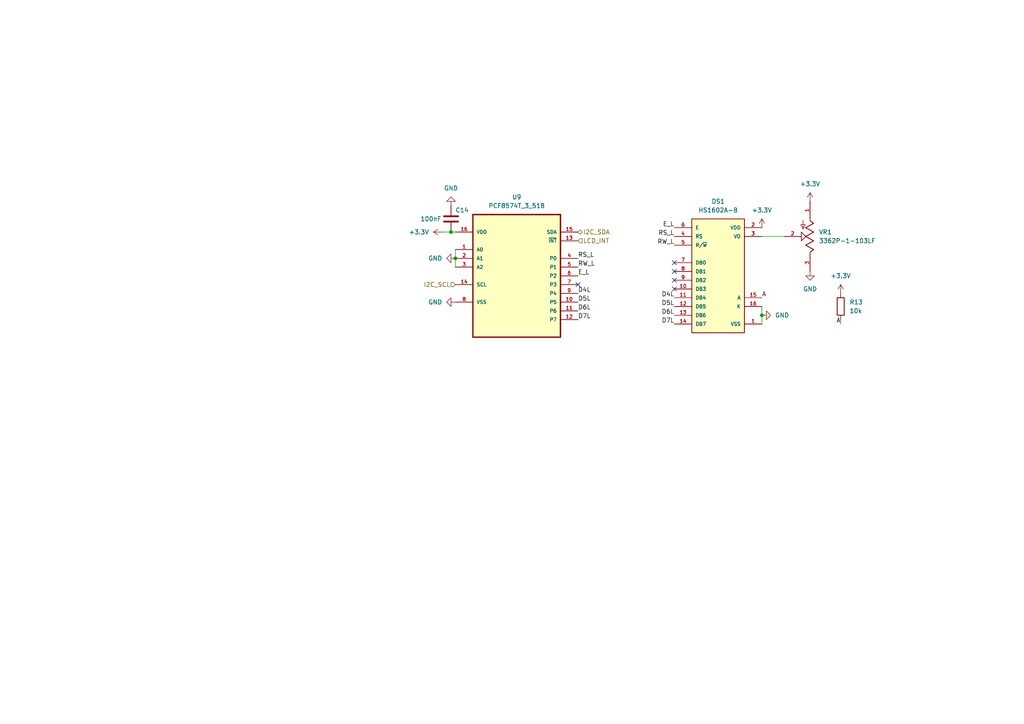
<source format=kicad_sch>
(kicad_sch (version 20231120) (generator "eeschema") (generator_version "8.0")
  (paper "A4")
  (lib_symbols
    (symbol "3362P-1-103LF:3362P-1-103LF" (pin_names (offset 1.016))
      (property "Reference" "VR" (at -10.1818 2.5465 0))
      (property "Value" "3362P-1-103LF" (at -10.1645 -7.6423 0))
      (symbol "3362P-1-103LF_0_0"
        (polyline (pts (xy -5.08 0) (xy -4.572 0)) (stroke (width 0.1524)))
        (polyline (pts (xy -4.699 -2.032) (xy -2.159 -2.032)) (stroke (width 0.1524)))
        (polyline (pts (xy -4.572 0) (xy -3.81 1.016)) (stroke (width 0.254)))
        (polyline (pts (xy -3.81 1.016) (xy -2.54 -1.27)) (stroke (width 0.254)))
        (polyline (pts (xy -3.429 -2.667) (xy -3.429 -1.397)) (stroke (width 0.1524)))
        (polyline (pts (xy -3.429 -1.397) (xy -2.159 -2.032)) (stroke (width 0.1524)))
        (polyline (pts (xy -2.54 -1.27) (xy -1.27 1.016)) (stroke (width 0.254)))
        (polyline (pts (xy -2.159 -2.032) (xy -3.429 -2.667)) (stroke (width 0.1524)))
        (polyline (pts (xy -1.27 -2.54) (xy 0 -1.27)) (stroke (width 0.2032)))
        (polyline (pts (xy -1.27 1.016) (xy 0 -1.27)) (stroke (width 0.254)))
        (polyline (pts (xy 0 -1.27) (xy 1.27 -2.54)) (stroke (width 0.2032)))
        (polyline (pts (xy 0 -1.27) (xy 1.27 1.016)) (stroke (width 0.254)))
        (polyline (pts (xy 1.27 -2.54) (xy -1.27 -2.54)) (stroke (width 0.2032)))
        (polyline (pts (xy 1.27 1.016) (xy 2.54 -1.27)) (stroke (width 0.254)))
        (polyline (pts (xy 2.54 -1.27) (xy 3.81 1.016)) (stroke (width 0.254)))
        (polyline (pts (xy 3.81 1.016) (xy 4.572 0)) (stroke (width 0.254)))
        (polyline (pts (xy 4.572 0) (xy 5.08 0)) (stroke (width 0.1524)))
        (pin passive line (at -10.16 0 0) (length 5.08) (name "~") (number "1"))
        (pin passive line (at 0 -7.62 90) (length 5.08) (name "~") (number "2"))
        (pin passive line (at 10.16 0 180) (length 5.08) (name "~") (number "3"))
      )
    )
    (symbol "Device:C" (pin_numbers hide) (pin_names (offset 0.254))
      (property "Reference" "C" (at 0.635 2.54 0))
      (property "Value" "C" (at 0.635 -2.54 0))
      (symbol "C_0_1"
        (polyline (pts (xy -2.032 -0.762) (xy 2.032 -0.762)) (stroke (width 0.508)))
        (polyline (pts (xy -2.032 0.762) (xy 2.032 0.762)) (stroke (width 0.508)))
      )
      (symbol "C_1_1"
        (pin passive line (at 0 3.81 270) (length 2.794) (name "~") (number "1"))
        (pin passive line (at 0 -3.81 90) (length 2.794) (name "~") (number "2"))
      )
    )
    (symbol "Device:R" (pin_numbers hide) (pin_names (offset 0))
      (property "Reference" "R" (at 2.032 0 90))
      (property "Value" "R" (at 0 0 90))
      (symbol "R_0_1"
        (rectangle (start -1.016 -2.54) (end 1.016 2.54) (stroke (width 0.254)))
      )
      (symbol "R_1_1"
        (pin passive line (at 0 3.81 270) (length 1.27) (name "~") (number "1"))
        (pin passive line (at 0 -3.81 90) (length 1.27) (name "~") (number "2"))
      )
    )
    (symbol "LCM-S01602DTR_A:LCM-S01602DTR_A" (pin_names (offset 1.016))
      (property "Reference" "DS" (at -9.9178 18.3098 0))
      (property "Value" "LCM-S01602DTR_A" (at -9.9147 -17.2871 0))
      (symbol "LCM-S01602DTR_A_0_0"
        (rectangle (start -10.16 -15.24) (end 5.08 17.78) (stroke (width 0.254)) (fill (type background)))
        (pin power_in line (at 10.16 -12.7 180) (length 5.08) (name "VSS") (number "1"))
        (pin bidirectional line (at -15.24 -2.54 0) (length 5.08) (name "DB3") (number "10"))
        (pin bidirectional line (at -15.24 -5.08 0) (length 5.08) (name "DB4") (number "11"))
        (pin bidirectional line (at -15.24 -7.62 0) (length 5.08) (name "DB5") (number "12"))
        (pin bidirectional line (at -15.24 -10.16 0) (length 5.08) (name "DB6") (number "13"))
        (pin bidirectional line (at -15.24 -12.7 0) (length 5.08) (name "DB7") (number "14"))
        (pin passive line (at 10.16 -5.08 180) (length 5.08) (name "A") (number "15"))
        (pin passive line (at 10.16 -7.62 180) (length 5.08) (name "K") (number "16"))
        (pin power_in line (at 10.16 15.24 180) (length 5.08) (name "VDD") (number "2"))
        (pin power_in line (at 10.16 12.7 180) (length 5.08) (name "VO") (number "3"))
        (pin input line (at -15.24 12.7 0) (length 5.08) (name "RS") (number "4"))
        (pin input line (at -15.24 10.16 0) (length 5.08) (name "R/~{W}") (number "5"))
        (pin input line (at -15.24 15.24 0) (length 5.08) (name "E") (number "6"))
        (pin bidirectional line (at -15.24 5.08 0) (length 5.08) (name "DB0") (number "7"))
        (pin bidirectional line (at -15.24 2.54 0) (length 5.08) (name "DB1") (number "8"))
        (pin bidirectional line (at -15.24 0 0) (length 5.08) (name "DB2") (number "9"))
      )
    )
    (symbol "PCF8574T_3_518:PCF8574T_3_518" (pin_names (offset 1.016))
      (property "Reference" "U" (at -4.8821 16.5789 0))
      (property "Value" "PCF8574T_3_518" (at -4.6387 -23.3717 0))
      (symbol "PCF8574T_3_518_0_0"
        (rectangle (start -12.7 -20.32) (end 12.7 15.24) (stroke (width 0.4064)) (fill (type background)))
        (pin input line (at -17.78 5.08 0) (length 5.08) (name "A0") (number "1"))
        (pin bidirectional line (at 17.78 -10.16 180) (length 5.08) (name "P5") (number "10"))
        (pin bidirectional line (at 17.78 -12.7 180) (length 5.08) (name "P6") (number "11"))
        (pin bidirectional line (at 17.78 -15.24 180) (length 5.08) (name "P7") (number "12"))
        (pin output line (at 17.78 7.62 180) (length 5.08) (name "~{INT}") (number "13"))
        (pin input line (at -17.78 -5.08 0) (length 5.08) (name "SCL") (number "14"))
        (pin bidirectional line (at 17.78 10.16 180) (length 5.08) (name "SDA") (number "15"))
        (pin power_in line (at -17.78 10.16 0) (length 5.08) (name "VDD") (number "16"))
        (pin input line (at -17.78 2.54 0) (length 5.08) (name "A1") (number "2"))
        (pin input line (at -17.78 0 0) (length 5.08) (name "A2") (number "3"))
        (pin bidirectional line (at 17.78 2.54 180) (length 5.08) (name "P0") (number "4"))
        (pin bidirectional line (at 17.78 0 180) (length 5.08) (name "P1") (number "5"))
        (pin bidirectional line (at 17.78 -2.54 180) (length 5.08) (name "P2") (number "6"))
        (pin bidirectional line (at 17.78 -5.08 180) (length 5.08) (name "P3") (number "7"))
        (pin passive line (at -17.78 -10.16 0) (length 5.08) (name "VSS") (number "8"))
        (pin bidirectional line (at 17.78 -7.62 180) (length 5.08) (name "P4") (number "9"))
      )
    )
    (symbol "power:+3.3V" (power) (pin_names (offset 0))
      (property "Value" "+3.3V" (at 0 3.556 0))
      (symbol "+3.3V_0_1"
        (polyline (pts (xy -0.762 1.27) (xy 0 2.54)))
        (polyline (pts (xy 0 0) (xy 0 2.54)))
        (polyline (pts (xy 0 2.54) (xy 0.762 1.27)))
      )
      (symbol "+3.3V_1_1"
        (pin power_in line (at 0 0 90) (length 0) hide (name "+3.3V") (number "1"))
      )
    )
    (symbol "power:GND" (power) (pin_names (offset 0))
      (property "Value" "GND" (at 0 -3.81 0))
      (symbol "GND_0_1"
        (polyline (pts (xy 0 0) (xy 0 -1.27) (xy 1.27 -1.27) (xy 0 -2.54) (xy -1.27 -1.27) (xy 0 -1.27)))
      )
      (symbol "GND_1_1"
        (pin power_in line (at 0 0 270) (length 0) hide (name "GND") (number "1"))
      )
    )
  )
  (junction (at 130.81 67.31))
  (junction (at 132.08 74.93))
  (junction (at 220.98 91.44))
  (no_connect (at 167.64 82.55))
  (no_connect (at 195.58 83.82))
  (no_connect (at 195.58 81.28))
  (no_connect (at 195.58 76.2))
  (no_connect (at 195.58 78.74))
  (wire (pts (xy 220.98 88.9) (xy 220.98 91.44)))
  (wire (pts (xy 132.08 77.47) (xy 132.08 74.93)))
  (wire (pts (xy 128.27 67.31) (xy 130.81 67.31)))
  (wire (pts (xy 132.08 72.39) (xy 132.08 74.93)))
  (wire (pts (xy 243.84 93.98) (xy 243.84 92.71)))
  (wire (pts (xy 130.81 67.31) (xy 132.08 67.31)))
  (wire (pts (xy 220.98 91.44) (xy 220.98 93.98)))
  (wire (pts (xy 220.98 68.58) (xy 227.33 68.58)))
  (label "D7L" (at 195.58 93.98 180))
  (label "RW_L" (at 167.64 77.47 0))
  (label "D6L" (at 167.64 90.17 0))
  (label "D7L" (at 167.64 92.71 0))
  (label "D5L" (at 195.58 88.9 180))
  (label "E_L" (at 167.64 80.01 0))
  (label "E_L" (at 195.58 66.04 180))
  (label "A" (at 243.84 93.98 180))
  (label "RS_L" (at 195.58 68.58 180))
  (label "D6L" (at 195.58 91.44 180))
  (label "D4L" (at 195.58 86.36 180))
  (label "A" (at 220.98 86.36 0))
  (label "RW_L" (at 195.58 71.12 180))
  (label "RS_L" (at 167.64 74.93 0))
  (label "D4L" (at 167.64 85.09 0))
  (label "D5L" (at 167.64 87.63 0))
  (hierarchical_label "LCD_INT" (shape input) (at 167.64 69.85 0))
  (hierarchical_label "I2C_SCL" (shape input) (at 132.08 82.55 180))
  (hierarchical_label "I2C_SDA" (shape bidirectional) (at 167.64 67.31 0))
  (symbol (lib_id "power:+3.3V") (at 128.27 67.31 90) (unit 1)
    (property "Reference" "#PWR037" (effects (hide yes)))
    (property "Value" "+3.3V" (at 124.46 67.31 90) (effects (justify left)))
  )
  (symbol (lib_id "power:GND") (at 234.95 78.74 0) (unit 1)
    (property "Reference" "#PWR034" (effects (hide yes)))
    (property "Value" "GND" (at 234.95 83.82 0))
  )
  (symbol (lib_id "power:GND") (at 132.08 74.93 270) (unit 1)
    (property "Reference" "#PWR039" (effects (hide yes)))
    (property "Value" "GND" (at 128.27 74.93 90) (effects (justify right)))
  )
  (symbol (lib_id "Device:R") (at 243.84 88.9 0) (unit 1)
    (property "Reference" "R13" (at 246.38 87.63 0) (effects (justify left)))
    (property "Value" "10k" (at 246.38 90.17 0) (effects (justify left)))
    (property "Footprint" "Resistor_SMD:R_0402_1005Metric" (effects (hide yes)))
  )
  (symbol (lib_id "PCF8574T_3_518:PCF8574T_3_518") (at 149.86 77.47 0) (unit 1)
    (property "Reference" "U9" (at 149.86 57.15 0))
    (property "Value" "PCF8574T_3_518" (at 149.86 59.69 0))
    (property "Footprint" "revparts2:SOIC127P1032X265-16N" (effects (hide yes)))
    (property "SUPPLIER" "NXP" (effects (hide yes)))
    (property "OC_FARNELL" "2101302" (effects (hide yes)))
    (property "OC_NEWARK" "70R6866" (effects (hide yes)))
    (property "MPN" "PCF8574T/3,518" (effects (hide yes)))
    (property "PACKAGE" "SOIC-16" (effects (hide yes)))
  )
  (symbol (lib_id "power:+3.3V") (at 243.84 85.09 0) (unit 1)
    (property "Reference" "#PWR032" (effects (hide yes)))
    (property "Value" "+3.3V" (at 243.84 80.01 0))
  )
  (symbol (lib_id "3362P-1-103LF:3362P-1-103LF") (at 234.95 68.58 270) (unit 1)
    (property "Reference" "VR1" (at 237.49 67.31 90) (effects (justify left)))
    (property "Value" "3362P-1-103LF" (at 237.49 69.85 90) (effects (justify left)))
    (property "Footprint" "revparts3:POT_3362P" (effects (hide yes)))
    (property "PARTREV" "08/26/10" (effects (hide yes)))
    (property "MF" "Bourns" (effects (hide yes)))
    (property "MP" "3362P-1-205LF" (effects (hide yes)))
    (property "STANDARD" "Manufacturer Recommendation" (effects (hide yes)))
  )
  (symbol (lib_id "LCM-S01602DTR_A:LCM-S01602DTR_A") (at 210.82 81.28 0) (unit 1)
    (property "Reference" "DS1" (at 208.28 58.42 0))
    (property "Value" "HS1602A-B" (at 208.28 60.96 0))
    (property "Footprint" "revparts2:LCD_LCM-S01602DTR_A" (effects (hide yes)))
    (property "MANUFACTURER" "Lumex" (effects (hide yes)))
  )
  (symbol (lib_id "power:GND") (at 132.08 87.63 270) (unit 1)
    (property "Reference" "#PWR036" (effects (hide yes)))
    (property "Value" "GND" (at 128.27 87.63 90) (effects (justify right)))
  )
  (symbol (lib_id "power:GND") (at 130.81 59.69 180) (unit 1)
    (property "Reference" "#PWR040" (effects (hide yes)))
    (property "Value" "GND" (at 130.81 54.61 0))
  )
  (symbol (lib_id "Device:C") (at 130.81 63.5 0) (unit 1)
    (property "Reference" "C14" (at 132.08 60.96 0) (effects (justify left)))
    (property "Value" "100nF" (at 121.92 63.5 0) (effects (justify left)))
    (property "Footprint" "Capacitor_SMD:C_0402_1005Metric" (effects (hide yes)))
  )
  (symbol (lib_id "power:GND") (at 220.98 91.44 90) (unit 1)
    (property "Reference" "#PWR052" (effects (hide yes)))
    (property "Value" "GND" (at 224.79 91.44 90) (effects (justify right)))
  )
  (symbol (lib_id "power:+3.3V") (at 220.98 66.04 0) (unit 1)
    (property "Reference" "#PWR031" (effects (hide yes)))
    (property "Value" "+3.3V" (at 220.98 60.96 0))
  )
  (symbol (lib_id "power:+3.3V") (at 234.95 58.42 0) (unit 1)
    (property "Reference" "#PWR033" (effects (hide yes)))
    (property "Value" "+3.3V" (at 234.95 53.34 0))
  )
)
</source>
